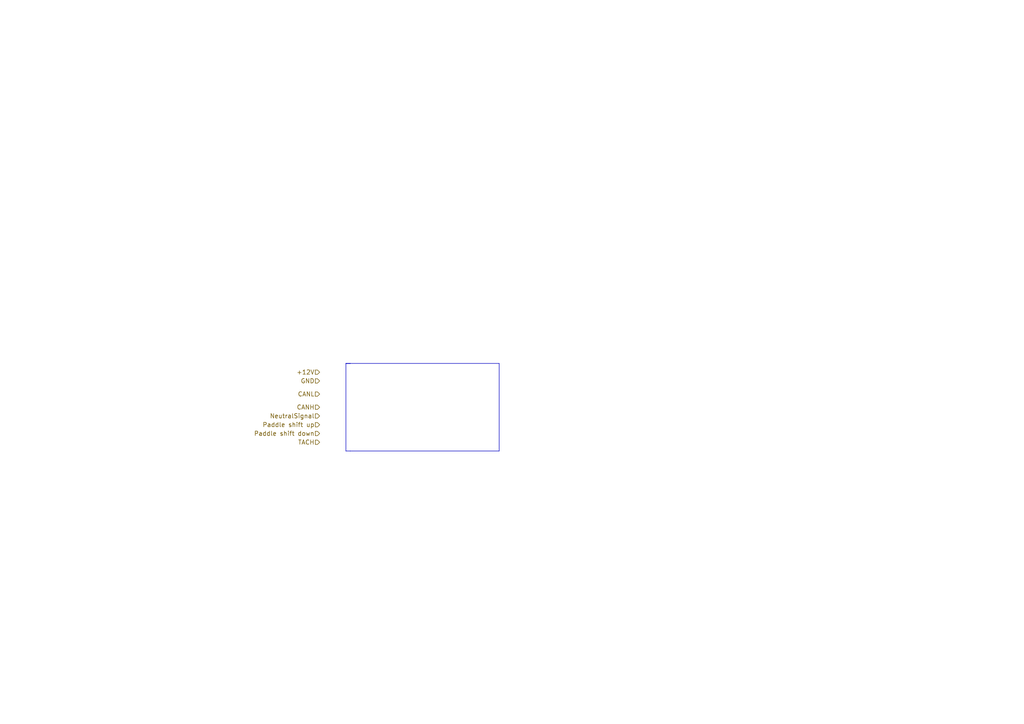
<source format=kicad_sch>
(kicad_sch (version 20230121) (generator eeschema)
  (paper "A4")
  (lib_symbols)
  (polyline (pts (xy 100.33 105.41) (xy 101.6 105.41)))
  (polyline (pts (xy 101.6 130.81) (xy 144.78 130.81)))
  (polyline (pts (xy 144.78 130.81) (xy 144.78 105.41)))
  (polyline (pts (xy 100.33 130.81) (xy 101.6 130.81)))
  (polyline (pts (xy 100.33 105.41) (xy 101.6 105.41)))
  (polyline (pts (xy 100.33 105.41) (xy 100.33 130.81)))
  (polyline (pts (xy 101.6 105.41) (xy 144.78 105.41)))
  (hierarchical_label "Paddle shift down" (shape input) (at 92.71 125.73 180))
  (hierarchical_label "TACH" (shape input) (at 92.71 128.27 180))
  (hierarchical_label "GND" (shape input) (at 92.71 110.49 180))
  (hierarchical_label "+12V" (shape input) (at 92.71 107.95 180))
  (hierarchical_label "Paddle shift up" (shape input) (at 92.71 123.19 180))
  (hierarchical_label "CANL" (shape input) (at 92.71 114.3 180))
  (hierarchical_label "NeutralSignal" (shape input) (at 92.71 120.65 180))
  (hierarchical_label "CANH" (shape input) (at 92.71 118.11 180))
)
</source>
